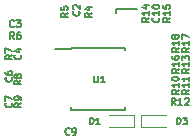
<source format=gto>
G04 #@! TF.FileFunction,Legend,Top*
%FSLAX46Y46*%
G04 Gerber Fmt 4.6, Leading zero omitted, Abs format (unit mm)*
G04 Created by KiCad (PCBNEW 4.0.6-e0-6349~53~ubuntu16.04.1) date Wed Apr 19 22:32:26 2017*
%MOMM*%
%LPD*%
G01*
G04 APERTURE LIST*
%ADD10C,0.100000*%
%ADD11C,0.200000*%
%ADD12C,0.120000*%
%ADD13C,0.150000*%
%ADD14C,0.127000*%
G04 APERTURE END LIST*
D10*
D11*
X134493000Y-116586000D02*
X134493000Y-116967000D01*
X136271000Y-116586000D02*
X134493000Y-116586000D01*
D12*
X136047000Y-126603000D02*
X136047000Y-125603000D01*
X136047000Y-125603000D02*
X133947000Y-125603000D01*
X136047000Y-126603000D02*
X133947000Y-126603000D01*
X136622000Y-125603000D02*
X136622000Y-126603000D01*
X136622000Y-126603000D02*
X138722000Y-126603000D01*
X136622000Y-125603000D02*
X138722000Y-125603000D01*
D13*
X130675000Y-119875000D02*
X130675000Y-120000000D01*
X135325000Y-119875000D02*
X135325000Y-120100000D01*
X135325000Y-125125000D02*
X135325000Y-124900000D01*
X130675000Y-125125000D02*
X130675000Y-124900000D01*
X130675000Y-119875000D02*
X135325000Y-119875000D01*
X130675000Y-125125000D02*
X135325000Y-125125000D01*
X130675000Y-120000000D02*
X129325000Y-120000000D01*
D14*
X132283805Y-126375281D02*
X132283805Y-125791081D01*
X132422900Y-125791081D01*
X132506358Y-125818900D01*
X132561996Y-125874538D01*
X132589815Y-125930176D01*
X132617634Y-126041452D01*
X132617634Y-126124910D01*
X132589815Y-126236186D01*
X132561996Y-126291824D01*
X132506358Y-126347462D01*
X132422900Y-126375281D01*
X132283805Y-126375281D01*
X133174015Y-126375281D02*
X132840186Y-126375281D01*
X133007100Y-126375281D02*
X133007100Y-125791081D01*
X132951462Y-125874538D01*
X132895824Y-125930176D01*
X132840186Y-125957995D01*
X139649805Y-126375281D02*
X139649805Y-125791081D01*
X139788900Y-125791081D01*
X139872358Y-125818900D01*
X139927996Y-125874538D01*
X139955815Y-125930176D01*
X139983634Y-126041452D01*
X139983634Y-126124910D01*
X139955815Y-126236186D01*
X139927996Y-126291824D01*
X139872358Y-126347462D01*
X139788900Y-126375281D01*
X139649805Y-126375281D01*
X140178367Y-125791081D02*
X140540015Y-125791081D01*
X140345281Y-126013633D01*
X140428739Y-126013633D01*
X140484377Y-126041452D01*
X140512196Y-126069271D01*
X140540015Y-126124910D01*
X140540015Y-126264005D01*
X140512196Y-126319643D01*
X140484377Y-126347462D01*
X140428739Y-126375281D01*
X140261824Y-126375281D01*
X140206186Y-126347462D01*
X140178367Y-126319643D01*
X132650895Y-122235081D02*
X132650895Y-122708005D01*
X132678714Y-122763643D01*
X132706533Y-122791462D01*
X132762171Y-122819281D01*
X132873448Y-122819281D01*
X132929086Y-122791462D01*
X132956905Y-122763643D01*
X132984724Y-122708005D01*
X132984724Y-122235081D01*
X133568924Y-122819281D02*
X133235095Y-122819281D01*
X133402009Y-122819281D02*
X133402009Y-122235081D01*
X133346371Y-122318538D01*
X133290733Y-122374176D01*
X133235095Y-122401995D01*
X131399643Y-116810366D02*
X131427462Y-116838185D01*
X131455281Y-116921642D01*
X131455281Y-116977280D01*
X131427462Y-117060738D01*
X131371824Y-117116376D01*
X131316186Y-117144195D01*
X131204910Y-117172014D01*
X131121452Y-117172014D01*
X131010176Y-117144195D01*
X130954538Y-117116376D01*
X130898900Y-117060738D01*
X130871081Y-116977280D01*
X130871081Y-116921642D01*
X130898900Y-116838185D01*
X130926719Y-116810366D01*
X130926719Y-116587814D02*
X130898900Y-116559995D01*
X130871081Y-116504357D01*
X130871081Y-116365261D01*
X130898900Y-116309623D01*
X130926719Y-116281804D01*
X130982357Y-116253985D01*
X131037995Y-116253985D01*
X131121452Y-116281804D01*
X131455281Y-116615633D01*
X131455281Y-116253985D01*
X125886634Y-118064643D02*
X125858815Y-118092462D01*
X125775358Y-118120281D01*
X125719720Y-118120281D01*
X125636262Y-118092462D01*
X125580624Y-118036824D01*
X125552805Y-117981186D01*
X125524986Y-117869910D01*
X125524986Y-117786452D01*
X125552805Y-117675176D01*
X125580624Y-117619538D01*
X125636262Y-117563900D01*
X125719720Y-117536081D01*
X125775358Y-117536081D01*
X125858815Y-117563900D01*
X125886634Y-117591719D01*
X126081367Y-117536081D02*
X126443015Y-117536081D01*
X126248281Y-117758633D01*
X126331739Y-117758633D01*
X126387377Y-117786452D01*
X126415196Y-117814271D01*
X126443015Y-117869910D01*
X126443015Y-118009005D01*
X126415196Y-118064643D01*
X126387377Y-118092462D01*
X126331739Y-118120281D01*
X126164824Y-118120281D01*
X126109186Y-118092462D01*
X126081367Y-118064643D01*
X126446643Y-120493366D02*
X126474462Y-120521185D01*
X126502281Y-120604642D01*
X126502281Y-120660280D01*
X126474462Y-120743738D01*
X126418824Y-120799376D01*
X126363186Y-120827195D01*
X126251910Y-120855014D01*
X126168452Y-120855014D01*
X126057176Y-120827195D01*
X126001538Y-120799376D01*
X125945900Y-120743738D01*
X125918081Y-120660280D01*
X125918081Y-120604642D01*
X125945900Y-120521185D01*
X125973719Y-120493366D01*
X126112814Y-119992623D02*
X126502281Y-119992623D01*
X125890262Y-120131719D02*
X126307548Y-120270814D01*
X126307548Y-119909166D01*
X125684643Y-122398366D02*
X125712462Y-122426185D01*
X125740281Y-122509642D01*
X125740281Y-122565280D01*
X125712462Y-122648738D01*
X125656824Y-122704376D01*
X125601186Y-122732195D01*
X125489910Y-122760014D01*
X125406452Y-122760014D01*
X125295176Y-122732195D01*
X125239538Y-122704376D01*
X125183900Y-122648738D01*
X125156081Y-122565280D01*
X125156081Y-122509642D01*
X125183900Y-122426185D01*
X125211719Y-122398366D01*
X125156081Y-121897623D02*
X125156081Y-122008900D01*
X125183900Y-122064538D01*
X125211719Y-122092357D01*
X125295176Y-122147995D01*
X125406452Y-122175814D01*
X125629005Y-122175814D01*
X125684643Y-122147995D01*
X125712462Y-122120176D01*
X125740281Y-122064538D01*
X125740281Y-121953261D01*
X125712462Y-121897623D01*
X125684643Y-121869804D01*
X125629005Y-121841985D01*
X125489910Y-121841985D01*
X125434271Y-121869804D01*
X125406452Y-121897623D01*
X125378633Y-121953261D01*
X125378633Y-122064538D01*
X125406452Y-122120176D01*
X125434271Y-122147995D01*
X125489910Y-122175814D01*
X125684643Y-124557366D02*
X125712462Y-124585185D01*
X125740281Y-124668642D01*
X125740281Y-124724280D01*
X125712462Y-124807738D01*
X125656824Y-124863376D01*
X125601186Y-124891195D01*
X125489910Y-124919014D01*
X125406452Y-124919014D01*
X125295176Y-124891195D01*
X125239538Y-124863376D01*
X125183900Y-124807738D01*
X125156081Y-124724280D01*
X125156081Y-124668642D01*
X125183900Y-124585185D01*
X125211719Y-124557366D01*
X125156081Y-124362633D02*
X125156081Y-123973166D01*
X125740281Y-124223538D01*
X130585634Y-127208643D02*
X130557815Y-127236462D01*
X130474358Y-127264281D01*
X130418720Y-127264281D01*
X130335262Y-127236462D01*
X130279624Y-127180824D01*
X130251805Y-127125186D01*
X130223986Y-127013910D01*
X130223986Y-126930452D01*
X130251805Y-126819176D01*
X130279624Y-126763538D01*
X130335262Y-126707900D01*
X130418720Y-126680081D01*
X130474358Y-126680081D01*
X130557815Y-126707900D01*
X130585634Y-126735719D01*
X130863824Y-127264281D02*
X130975100Y-127264281D01*
X131030739Y-127236462D01*
X131058558Y-127208643D01*
X131114196Y-127125186D01*
X131142015Y-127013910D01*
X131142015Y-126791357D01*
X131114196Y-126735719D01*
X131086377Y-126707900D01*
X131030739Y-126680081D01*
X130919462Y-126680081D01*
X130863824Y-126707900D01*
X130836005Y-126735719D01*
X130808186Y-126791357D01*
X130808186Y-126930452D01*
X130836005Y-126986090D01*
X130863824Y-127013910D01*
X130919462Y-127041729D01*
X131030739Y-127041729D01*
X131086377Y-127013910D01*
X131114196Y-126986090D01*
X131142015Y-126930452D01*
X138130643Y-117342557D02*
X138158462Y-117370376D01*
X138186281Y-117453833D01*
X138186281Y-117509471D01*
X138158462Y-117592929D01*
X138102824Y-117648567D01*
X138047186Y-117676386D01*
X137935910Y-117704205D01*
X137852452Y-117704205D01*
X137741176Y-117676386D01*
X137685538Y-117648567D01*
X137629900Y-117592929D01*
X137602081Y-117509471D01*
X137602081Y-117453833D01*
X137629900Y-117370376D01*
X137657719Y-117342557D01*
X138186281Y-116786176D02*
X138186281Y-117120005D01*
X138186281Y-116953091D02*
X137602081Y-116953091D01*
X137685538Y-117008729D01*
X137741176Y-117064367D01*
X137768995Y-117120005D01*
X137602081Y-116424529D02*
X137602081Y-116368890D01*
X137629900Y-116313252D01*
X137657719Y-116285433D01*
X137713357Y-116257614D01*
X137824633Y-116229795D01*
X137963729Y-116229795D01*
X138075005Y-116257614D01*
X138130643Y-116285433D01*
X138158462Y-116313252D01*
X138186281Y-116368890D01*
X138186281Y-116424529D01*
X138158462Y-116480167D01*
X138130643Y-116507986D01*
X138075005Y-116535805D01*
X137963729Y-116563624D01*
X137824633Y-116563624D01*
X137713357Y-116535805D01*
X137657719Y-116507986D01*
X137629900Y-116480167D01*
X137602081Y-116424529D01*
X132471281Y-116937366D02*
X132193090Y-117132100D01*
X132471281Y-117271195D02*
X131887081Y-117271195D01*
X131887081Y-117048642D01*
X131914900Y-116993004D01*
X131942719Y-116965185D01*
X131998357Y-116937366D01*
X132081814Y-116937366D01*
X132137452Y-116965185D01*
X132165271Y-116993004D01*
X132193090Y-117048642D01*
X132193090Y-117271195D01*
X132081814Y-116436623D02*
X132471281Y-116436623D01*
X131859262Y-116575719D02*
X132276548Y-116714814D01*
X132276548Y-116353166D01*
X130439281Y-116937366D02*
X130161090Y-117132100D01*
X130439281Y-117271195D02*
X129855081Y-117271195D01*
X129855081Y-117048642D01*
X129882900Y-116993004D01*
X129910719Y-116965185D01*
X129966357Y-116937366D01*
X130049814Y-116937366D01*
X130105452Y-116965185D01*
X130133271Y-116993004D01*
X130161090Y-117048642D01*
X130161090Y-117271195D01*
X129855081Y-116408804D02*
X129855081Y-116686995D01*
X130133271Y-116714814D01*
X130105452Y-116686995D01*
X130077633Y-116631357D01*
X130077633Y-116492261D01*
X130105452Y-116436623D01*
X130133271Y-116408804D01*
X130188910Y-116380985D01*
X130328005Y-116380985D01*
X130383643Y-116408804D01*
X130411462Y-116436623D01*
X130439281Y-116492261D01*
X130439281Y-116631357D01*
X130411462Y-116686995D01*
X130383643Y-116714814D01*
X125886634Y-119136281D02*
X125691900Y-118858090D01*
X125552805Y-119136281D02*
X125552805Y-118552081D01*
X125775358Y-118552081D01*
X125830996Y-118579900D01*
X125858815Y-118607719D01*
X125886634Y-118663357D01*
X125886634Y-118746814D01*
X125858815Y-118802452D01*
X125830996Y-118830271D01*
X125775358Y-118858090D01*
X125552805Y-118858090D01*
X126387377Y-118552081D02*
X126276100Y-118552081D01*
X126220462Y-118579900D01*
X126192643Y-118607719D01*
X126137005Y-118691176D01*
X126109186Y-118802452D01*
X126109186Y-119025005D01*
X126137005Y-119080643D01*
X126164824Y-119108462D01*
X126220462Y-119136281D01*
X126331739Y-119136281D01*
X126387377Y-119108462D01*
X126415196Y-119080643D01*
X126443015Y-119025005D01*
X126443015Y-118885910D01*
X126415196Y-118830271D01*
X126387377Y-118802452D01*
X126331739Y-118774633D01*
X126220462Y-118774633D01*
X126164824Y-118802452D01*
X126137005Y-118830271D01*
X126109186Y-118885910D01*
X125740281Y-120493366D02*
X125462090Y-120688100D01*
X125740281Y-120827195D02*
X125156081Y-120827195D01*
X125156081Y-120604642D01*
X125183900Y-120549004D01*
X125211719Y-120521185D01*
X125267357Y-120493366D01*
X125350814Y-120493366D01*
X125406452Y-120521185D01*
X125434271Y-120549004D01*
X125462090Y-120604642D01*
X125462090Y-120827195D01*
X125156081Y-120298633D02*
X125156081Y-119909166D01*
X125740281Y-120159538D01*
X126502281Y-122652366D02*
X126224090Y-122847100D01*
X126502281Y-122986195D02*
X125918081Y-122986195D01*
X125918081Y-122763642D01*
X125945900Y-122708004D01*
X125973719Y-122680185D01*
X126029357Y-122652366D01*
X126112814Y-122652366D01*
X126168452Y-122680185D01*
X126196271Y-122708004D01*
X126224090Y-122763642D01*
X126224090Y-122986195D01*
X126168452Y-122318538D02*
X126140633Y-122374176D01*
X126112814Y-122401995D01*
X126057176Y-122429814D01*
X126029357Y-122429814D01*
X125973719Y-122401995D01*
X125945900Y-122374176D01*
X125918081Y-122318538D01*
X125918081Y-122207261D01*
X125945900Y-122151623D01*
X125973719Y-122123804D01*
X126029357Y-122095985D01*
X126057176Y-122095985D01*
X126112814Y-122123804D01*
X126140633Y-122151623D01*
X126168452Y-122207261D01*
X126168452Y-122318538D01*
X126196271Y-122374176D01*
X126224090Y-122401995D01*
X126279729Y-122429814D01*
X126391005Y-122429814D01*
X126446643Y-122401995D01*
X126474462Y-122374176D01*
X126502281Y-122318538D01*
X126502281Y-122207261D01*
X126474462Y-122151623D01*
X126446643Y-122123804D01*
X126391005Y-122095985D01*
X126279729Y-122095985D01*
X126224090Y-122123804D01*
X126196271Y-122151623D01*
X126168452Y-122207261D01*
X126502281Y-124557366D02*
X126224090Y-124752100D01*
X126502281Y-124891195D02*
X125918081Y-124891195D01*
X125918081Y-124668642D01*
X125945900Y-124613004D01*
X125973719Y-124585185D01*
X126029357Y-124557366D01*
X126112814Y-124557366D01*
X126168452Y-124585185D01*
X126196271Y-124613004D01*
X126224090Y-124668642D01*
X126224090Y-124891195D01*
X126502281Y-124279176D02*
X126502281Y-124167900D01*
X126474462Y-124112261D01*
X126446643Y-124084442D01*
X126363186Y-124028804D01*
X126251910Y-124000985D01*
X126029357Y-124000985D01*
X125973719Y-124028804D01*
X125945900Y-124056623D01*
X125918081Y-124112261D01*
X125918081Y-124223538D01*
X125945900Y-124279176D01*
X125973719Y-124306995D01*
X126029357Y-124334814D01*
X126168452Y-124334814D01*
X126224090Y-124306995D01*
X126251910Y-124279176D01*
X126279729Y-124223538D01*
X126279729Y-124112261D01*
X126251910Y-124056623D01*
X126224090Y-124028804D01*
X126168452Y-124000985D01*
X139837281Y-123438557D02*
X139559090Y-123633291D01*
X139837281Y-123772386D02*
X139253081Y-123772386D01*
X139253081Y-123549833D01*
X139280900Y-123494195D01*
X139308719Y-123466376D01*
X139364357Y-123438557D01*
X139447814Y-123438557D01*
X139503452Y-123466376D01*
X139531271Y-123494195D01*
X139559090Y-123549833D01*
X139559090Y-123772386D01*
X139837281Y-122882176D02*
X139837281Y-123216005D01*
X139837281Y-123049091D02*
X139253081Y-123049091D01*
X139336538Y-123104729D01*
X139392176Y-123160367D01*
X139419995Y-123216005D01*
X139253081Y-122520529D02*
X139253081Y-122464890D01*
X139280900Y-122409252D01*
X139308719Y-122381433D01*
X139364357Y-122353614D01*
X139475633Y-122325795D01*
X139614729Y-122325795D01*
X139726005Y-122353614D01*
X139781643Y-122381433D01*
X139809462Y-122409252D01*
X139837281Y-122464890D01*
X139837281Y-122520529D01*
X139809462Y-122576167D01*
X139781643Y-122603986D01*
X139726005Y-122631805D01*
X139614729Y-122659624D01*
X139475633Y-122659624D01*
X139364357Y-122631805D01*
X139308719Y-122603986D01*
X139280900Y-122576167D01*
X139253081Y-122520529D01*
X140726281Y-123438557D02*
X140448090Y-123633291D01*
X140726281Y-123772386D02*
X140142081Y-123772386D01*
X140142081Y-123549833D01*
X140169900Y-123494195D01*
X140197719Y-123466376D01*
X140253357Y-123438557D01*
X140336814Y-123438557D01*
X140392452Y-123466376D01*
X140420271Y-123494195D01*
X140448090Y-123549833D01*
X140448090Y-123772386D01*
X140726281Y-122882176D02*
X140726281Y-123216005D01*
X140726281Y-123049091D02*
X140142081Y-123049091D01*
X140225538Y-123104729D01*
X140281176Y-123160367D01*
X140308995Y-123216005D01*
X140726281Y-122325795D02*
X140726281Y-122659624D01*
X140726281Y-122492710D02*
X140142081Y-122492710D01*
X140225538Y-122548348D01*
X140281176Y-122603986D01*
X140308995Y-122659624D01*
X139578443Y-124724281D02*
X139383709Y-124446090D01*
X139244614Y-124724281D02*
X139244614Y-124140081D01*
X139467167Y-124140081D01*
X139522805Y-124167900D01*
X139550624Y-124195719D01*
X139578443Y-124251357D01*
X139578443Y-124334814D01*
X139550624Y-124390452D01*
X139522805Y-124418271D01*
X139467167Y-124446090D01*
X139244614Y-124446090D01*
X140134824Y-124724281D02*
X139800995Y-124724281D01*
X139967909Y-124724281D02*
X139967909Y-124140081D01*
X139912271Y-124223538D01*
X139856633Y-124279176D01*
X139800995Y-124306995D01*
X140357376Y-124195719D02*
X140385195Y-124167900D01*
X140440833Y-124140081D01*
X140579929Y-124140081D01*
X140635567Y-124167900D01*
X140663386Y-124195719D01*
X140691205Y-124251357D01*
X140691205Y-124306995D01*
X140663386Y-124390452D01*
X140329557Y-124724281D01*
X140691205Y-124724281D01*
X140726281Y-121660557D02*
X140448090Y-121855291D01*
X140726281Y-121994386D02*
X140142081Y-121994386D01*
X140142081Y-121771833D01*
X140169900Y-121716195D01*
X140197719Y-121688376D01*
X140253357Y-121660557D01*
X140336814Y-121660557D01*
X140392452Y-121688376D01*
X140420271Y-121716195D01*
X140448090Y-121771833D01*
X140448090Y-121994386D01*
X140726281Y-121104176D02*
X140726281Y-121438005D01*
X140726281Y-121271091D02*
X140142081Y-121271091D01*
X140225538Y-121326729D01*
X140281176Y-121382367D01*
X140308995Y-121438005D01*
X140142081Y-120909443D02*
X140142081Y-120547795D01*
X140364633Y-120742529D01*
X140364633Y-120659071D01*
X140392452Y-120603433D01*
X140420271Y-120575614D01*
X140475910Y-120547795D01*
X140615005Y-120547795D01*
X140670643Y-120575614D01*
X140698462Y-120603433D01*
X140726281Y-120659071D01*
X140726281Y-120825986D01*
X140698462Y-120881624D01*
X140670643Y-120909443D01*
X137297281Y-117342557D02*
X137019090Y-117537291D01*
X137297281Y-117676386D02*
X136713081Y-117676386D01*
X136713081Y-117453833D01*
X136740900Y-117398195D01*
X136768719Y-117370376D01*
X136824357Y-117342557D01*
X136907814Y-117342557D01*
X136963452Y-117370376D01*
X136991271Y-117398195D01*
X137019090Y-117453833D01*
X137019090Y-117676386D01*
X137297281Y-116786176D02*
X137297281Y-117120005D01*
X137297281Y-116953091D02*
X136713081Y-116953091D01*
X136796538Y-117008729D01*
X136852176Y-117064367D01*
X136879995Y-117120005D01*
X136907814Y-116285433D02*
X137297281Y-116285433D01*
X136685262Y-116424529D02*
X137102548Y-116563624D01*
X137102548Y-116201976D01*
X139075281Y-117342557D02*
X138797090Y-117537291D01*
X139075281Y-117676386D02*
X138491081Y-117676386D01*
X138491081Y-117453833D01*
X138518900Y-117398195D01*
X138546719Y-117370376D01*
X138602357Y-117342557D01*
X138685814Y-117342557D01*
X138741452Y-117370376D01*
X138769271Y-117398195D01*
X138797090Y-117453833D01*
X138797090Y-117676386D01*
X139075281Y-116786176D02*
X139075281Y-117120005D01*
X139075281Y-116953091D02*
X138491081Y-116953091D01*
X138574538Y-117008729D01*
X138630176Y-117064367D01*
X138657995Y-117120005D01*
X138491081Y-116257614D02*
X138491081Y-116535805D01*
X138769271Y-116563624D01*
X138741452Y-116535805D01*
X138713633Y-116480167D01*
X138713633Y-116341071D01*
X138741452Y-116285433D01*
X138769271Y-116257614D01*
X138824910Y-116229795D01*
X138964005Y-116229795D01*
X139019643Y-116257614D01*
X139047462Y-116285433D01*
X139075281Y-116341071D01*
X139075281Y-116480167D01*
X139047462Y-116535805D01*
X139019643Y-116563624D01*
X139837281Y-121660557D02*
X139559090Y-121855291D01*
X139837281Y-121994386D02*
X139253081Y-121994386D01*
X139253081Y-121771833D01*
X139280900Y-121716195D01*
X139308719Y-121688376D01*
X139364357Y-121660557D01*
X139447814Y-121660557D01*
X139503452Y-121688376D01*
X139531271Y-121716195D01*
X139559090Y-121771833D01*
X139559090Y-121994386D01*
X139837281Y-121104176D02*
X139837281Y-121438005D01*
X139837281Y-121271091D02*
X139253081Y-121271091D01*
X139336538Y-121326729D01*
X139392176Y-121382367D01*
X139419995Y-121438005D01*
X139253081Y-120603433D02*
X139253081Y-120714710D01*
X139280900Y-120770348D01*
X139308719Y-120798167D01*
X139392176Y-120853805D01*
X139503452Y-120881624D01*
X139726005Y-120881624D01*
X139781643Y-120853805D01*
X139809462Y-120825986D01*
X139837281Y-120770348D01*
X139837281Y-120659071D01*
X139809462Y-120603433D01*
X139781643Y-120575614D01*
X139726005Y-120547795D01*
X139586910Y-120547795D01*
X139531271Y-120575614D01*
X139503452Y-120603433D01*
X139475633Y-120659071D01*
X139475633Y-120770348D01*
X139503452Y-120825986D01*
X139531271Y-120853805D01*
X139586910Y-120881624D01*
X140726281Y-119882557D02*
X140448090Y-120077291D01*
X140726281Y-120216386D02*
X140142081Y-120216386D01*
X140142081Y-119993833D01*
X140169900Y-119938195D01*
X140197719Y-119910376D01*
X140253357Y-119882557D01*
X140336814Y-119882557D01*
X140392452Y-119910376D01*
X140420271Y-119938195D01*
X140448090Y-119993833D01*
X140448090Y-120216386D01*
X140726281Y-119326176D02*
X140726281Y-119660005D01*
X140726281Y-119493091D02*
X140142081Y-119493091D01*
X140225538Y-119548729D01*
X140281176Y-119604367D01*
X140308995Y-119660005D01*
X140142081Y-119131443D02*
X140142081Y-118741976D01*
X140726281Y-118992348D01*
X139837281Y-119882557D02*
X139559090Y-120077291D01*
X139837281Y-120216386D02*
X139253081Y-120216386D01*
X139253081Y-119993833D01*
X139280900Y-119938195D01*
X139308719Y-119910376D01*
X139364357Y-119882557D01*
X139447814Y-119882557D01*
X139503452Y-119910376D01*
X139531271Y-119938195D01*
X139559090Y-119993833D01*
X139559090Y-120216386D01*
X139837281Y-119326176D02*
X139837281Y-119660005D01*
X139837281Y-119493091D02*
X139253081Y-119493091D01*
X139336538Y-119548729D01*
X139392176Y-119604367D01*
X139419995Y-119660005D01*
X139503452Y-118992348D02*
X139475633Y-119047986D01*
X139447814Y-119075805D01*
X139392176Y-119103624D01*
X139364357Y-119103624D01*
X139308719Y-119075805D01*
X139280900Y-119047986D01*
X139253081Y-118992348D01*
X139253081Y-118881071D01*
X139280900Y-118825433D01*
X139308719Y-118797614D01*
X139364357Y-118769795D01*
X139392176Y-118769795D01*
X139447814Y-118797614D01*
X139475633Y-118825433D01*
X139503452Y-118881071D01*
X139503452Y-118992348D01*
X139531271Y-119047986D01*
X139559090Y-119075805D01*
X139614729Y-119103624D01*
X139726005Y-119103624D01*
X139781643Y-119075805D01*
X139809462Y-119047986D01*
X139837281Y-118992348D01*
X139837281Y-118881071D01*
X139809462Y-118825433D01*
X139781643Y-118797614D01*
X139726005Y-118769795D01*
X139614729Y-118769795D01*
X139559090Y-118797614D01*
X139531271Y-118825433D01*
X139503452Y-118881071D01*
M02*

</source>
